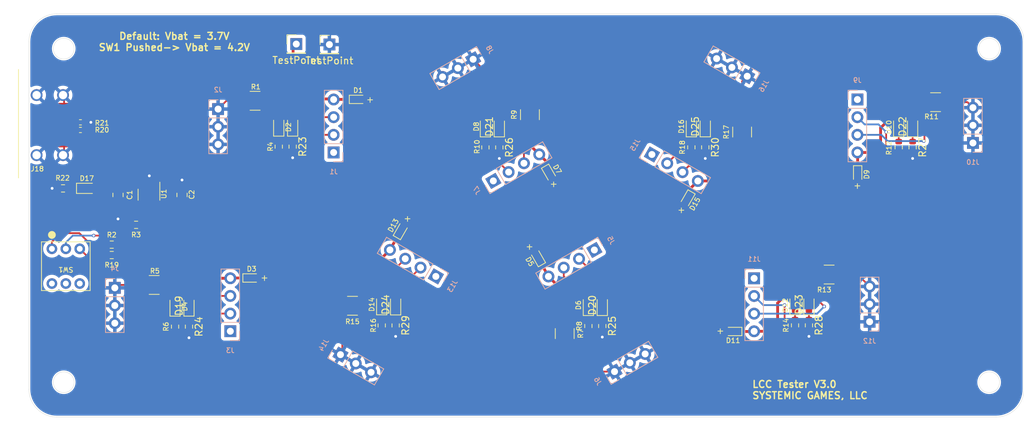
<source format=kicad_pcb>
(kicad_pcb (version 20240108) (generator "pcbnew") (generator_version "8.0")
  (layers (0 "F.Cu" signal) (31 "B.Cu" signal) (34 "B.Paste" user) (35 "F.Paste" user) (36 "B.SilkS" user "B.Silkscreen") (37 "F.SilkS" user "F.Silkscreen") (38 "B.Mask" user) (39 "F.Mask" user) (44 "Edge.Cuts" user))
  (net 0 "")
  (net 1 "VBUS")
  (net 2 "GND")
  (net 3 "/Plug/VREG")
  (net 4 "/Plug/BATT")
  (net 5 "Net-(D2-K)")
  (net 6 "/Plug/STAT")
  (net 7 "/Plug1/BATT")
  (net 8 "Net-(D4-K)")
  (net 9 "/Plug1/STAT")
  (net 10 "/Plug2/BATT")
  (net 11 "Net-(D6-K)")
  (net 12 "/Plug2/STAT")
  (net 13 "/Plug3/BATT")
  (net 14 "Net-(D8-K)")
  (net 15 "/Plug3/STAT")
  (net 16 "/Plug5/BATT")
  (net 17 "Net-(D10-K)")
  (net 18 "/Plug5/STAT")
  (net 19 "/Plug7/BATT")
  (net 20 "Net-(D12-K)")
  (net 21 "/Plug7/STAT")
  (net 22 "/Plug4/BATT")
  (net 23 "Net-(D14-K)")
  (net 24 "/Plug4/STAT")
  (net 25 "/Plug6/BATT")
  (net 26 "Net-(D16-K)")
  (net 27 "/Plug6/STAT")
  (net 28 "Net-(D17-K)")
  (net 30 "Net-(R2-Pad2)")
  (net 31 "Net-(U1-FB)")
  (net 32 "Net-(R19-Pad2)")
  (net 33 "Net-(D18-K)")
  (net 34 "/Plug/CHG_5V")
  (net 35 "Net-(J18-CC2)")
  (net 36 "Net-(J18-CC1)")
  (net 44 "Net-(D19-K)")
  (net 45 "/Plug1/CHG_5V")
  (net 49 "Net-(D20-K)")
  (net 50 "/Plug2/CHG_5V")
  (net 51 "/Plug3/CHG_5V")
  (net 52 "Net-(D21-K)")
  (net 53 "Net-(D22-K)")
  (net 54 "/Plug5/CHG_5V")
  (net 55 "/Plug7/CHG_5V")
  (net 56 "Net-(D23-K)")
  (net 57 "Net-(D24-K)")
  (net 58 "/Plug4/CHG_5V")
  (net 59 "Net-(D25-K)")
  (net 60 "/Plug6/CHG_5V")
  (footprint "Capacitor_SMD:C_0805_2012Metric" (layer "F.Cu") (at 95 95.05 90)
    (property "Reference" "C2")
    (property "Value" "22uF X5R 20%")
  )
  (footprint "Pixels-dice:USB-C-SMD_10P-P1.00-L6.8-W8.9" (layer "F.Cu") (at 76 85 180)
    (property "Reference" "J18")
    (property "Value" "USB_C_Receptacle_USB2.0")
  )
  (footprint "LED_SMD:LED_0603_1608Metric" (layer "F.Cu") (at 200 85.2 90)
    (property "Reference" "D22")
    (property "Value" "LED")
  )
  (footprint "Resistor_SMD:R_0603_1608Metric" (layer "F.Cu") (at 84.9 103.7 180)
    (property "Reference" "R19")
    (property "Value" "357k 1%")
  )
  (footprint "Resistor_SMD:R_1210_3225Metric" (layer "F.Cu") (at 91 108 180)
    (property "Reference" "R5")
    (property "Value" "82 1%")
  )
  (footprint "LED_SMD:LED_0603_1608Metric" (layer "F.Cu") (at 183.1 110.8125 90)
    (property "Reference" "D12")
    (property "Value" "LED")
  )
  (footprint "LED_SMD:LED_0603_1608Metric" (layer "F.Cu") (at 198 85.2 90)
    (property "Reference" "D10")
    (property "Value" "LED")
  )
  (footprint "Resistor_SMD:R_0603_1608Metric" (layer "F.Cu") (at 198 88.2 -90)
    (property "Reference" "R12")
    (property "Value" "100 5%")
  )
  (footprint "Resistor_SMD:R_1210_3225Metric" (layer "F.Cu") (at 203.3 81.7)
    (property "Reference" "R11")
    (property "Value" "82 1%")
  )
  (footprint "Diode_SMD:D_SOD-523" (layer "F.Cu") (at 120.3 81.3)
    (property "Reference" "D1")
    (property "Value" "D_Schottky")
  )
  (footprint "Resistor_SMD:R_0603_1608Metric" (layer "F.Cu") (at 77.9 94.11 180)
    (property "Reference" "R22")
    (property "Value" "150 1%")
  )
  (footprint "Connector_PinHeader_2.54mm:PinHeader_1x01_P2.54mm_Vertical" (layer "F.Cu") (at 111.42 73.34)
    (property "Reference" "TP1" (hide yes))
    (property "Value" "TestPoint")
  )
  (footprint "LED_SMD:LED_0603_1608Metric" (layer "F.Cu") (at 140.6 85.2125 90)
    (property "Reference" "D21")
    (property "Value" "LED")
  )
  (footprint "Resistor_SMD:R_0603_1608Metric" (layer "F.Cu") (at 84.9 102.2 180)
    (property "Reference" "R2")
    (property "Value" "300k 1%")
  )
  (footprint "Resistor_SMD:R_0603_1608Metric" (layer "F.Cu") (at 200 88.2 -90)
    (property "Reference" "R27")
    (property "Value" "100 5%")
  )
  (footprint "Resistor_SMD:R_1210_3225Metric" (layer "F.Cu") (at 188 106.5)
    (property "Reference" "R13")
    (property "Value" "82 1%")
  )
  (footprint "Diode_SMD:D_SOD-523" (layer "F.Cu") (at 174.2 114.7 180)
    (property "Reference" "D11")
    (property "Value" "D_Schottky")
  )
  (footprint "Resistor_SMD:R_0603_1608Metric" (layer "F.Cu") (at 108.9 88.1 -90)
    (property "Reference" "R4")
    (property "Value" "100 5%")
  )
  (footprint "LED_SMD:LED_0603_1608Metric" (layer "F.Cu") (at 138.6 85.2125 90)
    (property "Reference" "D8")
    (property "Value" "LED")
  )
  (footprint "Package_TO_SOT_SMD:SOT-23-5" (layer "F.Cu") (at 90.25 95.0125 -90)
    (property "Reference" "U1")
    (property "Value" "TLV75801PDBV")
  )
  (footprint "Resistor_SMD:R_0603_1608Metric" (layer "F.Cu") (at 88.4 99.35 180)
    (property "Reference" "R3")
    (property "Value" "47k 1%")
  )
  (footprint "LED_SMD:LED_0603_1608Metric" (layer "F.Cu") (at 123.7 110.8125 90)
    (property "Reference" "D14")
    (property "Value" "LED")
  )
  (footprint "Resistor_SMD:R_0603_1608Metric" (layer "F.Cu") (at 123.7 113.825 -90)
    (property "Reference" "R16")
    (property "Value" "100 5%")
  )
  (footprint "Diode_SMD:D_SOD-523" (layer "F.Cu") (at 126.5 100.1 60)
    (property "Reference" "D13")
    (property "Value" "D_Schottky")
  )
  (footprint "Resistor_SMD:R_0603_1608Metric" (layer "F.Cu") (at 140.6 88.2125 -90)
    (property "Reference" "R26")
    (property "Value" "100 5%")
  )
  (footprint "Resistor_SMD:R_0402_1005Metric" (layer "F.Cu") (at 80.4 84.6 180)
    (property "Reference" "R21")
    (property "Value" "5.1k 1%")
  )
  (footprint "Capacitor_SMD:C_0805_2012Metric" (layer "F.Cu") (at 85.8 95.05 -90)
    (property "Reference" "C1")
    (property "Value" "22uF X5R 20%")
  )
  (footprint "Diode_SMD:D_SOD-523" (layer "F.Cu") (at 146.1 104 120)
    (property "Reference" "D5")
    (property "Value" "D_Schottky")
  )
  (footprint "Connector_PinHeader_2.54mm:PinHeader_1x01_P2.54mm_Vertical" (layer "F.Cu") (at 116.18 73.41)
    (property "Reference" "TP10" (hide yes))
    (property "Value" "TestPoint")
  )
  (footprint "Resistor_SMD:R_1210_3225Metric" (layer "F.Cu") (at 119.5 111 180)
    (property "Reference" "R15")
    (property "Value" "82 1%")
  )
  (footprint "LED_SMD:LED_0603_1608Metric" (layer "F.Cu") (at 94 111 90)
    (property "Reference" "D4")
    (property "Value" "LED")
  )
  (footprint "Diode_SMD:D_SOD-523" (layer "F.Cu") (at 105 107)
    (property "Reference" "D3")
    (property "Value" "D_Schottky")
  )
  (footprint "LED_SMD:LED_0603_1608Metric" (layer "F.Cu") (at 170.2 85.2 90)
    (property "Reference" "D25")
    (property "Value" "LED")
  )
  (footprint "Resistor_SMD:R_0603_1608Metric" (layer "F.Cu") (at 153.4 113.9125 -90)
    (property "Reference" "R8")
    (property "Value" "100 5%")
  )
  (footprint "LED_SMD:LED_0603_1608Metric" (layer "F.Cu") (at 108.9 85.1 90)
    (property "Reference" "D2")
    (property "Value" "LED")
  )
  (footprint "LED_SMD:LED_0603_1608Metric" (layer "F.Cu") (at 185.1 110.8125 90)
    (property "Reference" "D23")
    (property "Value" "LED")
  )
  (footprint "Resistor_SMD:R_0603_1608Metric" (layer "F.Cu") (at 96 114 -90)
    (property "Reference" "R24")
    (property "Value" "100 5%")
  )
  (footprint "Resistor_SMD:R_1210_3225Metric" (layer "F.Cu") (at 175.5 86 90)
    (property "Reference" "R17")
    (property "Value" "82 1%")
  )
  (footprint "LED_SMD:LED_0603_1608Metric" (layer "F.Cu") (at 155.4 110.9125 90)
    (property "Reference" "D20")
    (property "Value" "LED")
  )
  (footprint "LED_SMD:LED_0603_1608Metric" (layer "F.Cu") (at 110.9 85.1 90)
    (property "Reference" "D18" (hide yes))
    (property "Value" "LED")
  )
  (footprint "LED_SMD:LED_0603_1608Metric" (layer "F.Cu") (at 153.4 110.9125 90)
    (property "Reference" "D6")
    (property "Value" "LED")
  )
  (footprint "Resistor_SMD:R_0603_1608Metric" (layer "F.Cu") (at 183.1 113.8125 -90)
    (property "Reference" "R14")
    (property "Value" "100 5%")
  )
  (footprint "Resistor_SMD:R_1210_3225Metric" (layer "F.Cu") (at 150 115 -90)
    (property "Reference" "R7")
    (property "Value" "82 1%")
  )
  (footprint "Resistor_SMD:R_1210_3225Metric" (layer "F.Cu") (at 145 83.5 90)
    (property "Reference" "R9")
    (property "Value" "82 1%")
  )
  (footprint "Diode_SMD:D_SOD-523" (layer "F.Cu") (at 147.8 92 -60)
    (property "Reference" "D7")
    (property "Value" "D_Schottky")
  )
  (footprint "LED_SMD:LED_0603_1608Metric" (layer "F.Cu") (at 168.2 85.2 90)
    (property "Reference" "D16")
    (property "Value" "LED")
  )
  (footprint "Resistor_SMD:R_0402_1005Metric" (layer "F.Cu") (at 80.4 85.7 180)
    (property "Reference" "R20")
    (property "Value" "5.1k 1%")
  )
  (footprint "LED_SMD:LED_0603_1608Metric" (layer "F.Cu") (at 125.7 110.825 90)
    (property "Reference" "D24")
    (property "Value" "LED")
  )
  (footprint "Diode_SMD:D_SOD-523" (layer "F.Cu") (at 167.6 95.7 -120)
    (property "Reference" "D15")
    (property "Value" "D_Schottky")
  )
  (footprint "Resistor_SMD:R_0603_1608Metric" (layer "F.Cu") (at 110.9 88.1 -90)
    (property "Reference" "R23")
    (property "Value" "100 5%")
  )
  (footprint "Pixels-dice:XKB8080-W" (layer "F.Cu") (at 78.3 105.3 180)
    (property "Reference" "SW1")
    (property "Value" "SW_Push_DPDT")
  )
  (footprint "Resistor_SMD:R_0603_1608Metric" (layer "F.Cu") (at 185.1 113.8125 -90)
    (property "Reference" "R28")
    (property "Value" "100 5%")
  )
  (footprint "Resistor_SMD:R_0603_1608Metric" (layer "F.Cu") (at 155.4 113.9125 -90)
    (property "Reference" "R25")
    (property "Value" "100 5%")
  )
  (footprint "Resistor_SMD:R_0603_1608Metric" (layer "F.Cu") (at 138.6 88.2125 -90)
    (property "Reference" "R10")
    (property "Value" "100 5%")
  )
  (footprint "LED_SMD:LED_0603_1608Metric" (layer "F.Cu") (at 96 111 90)
    (property "Reference" "D19")
    (property "Value" "LED")
  )
  (footprint "Resistor_SMD:R_1210_3225Metric" (layer "F.Cu") (at 105.5 81.5 180)
    (property "Reference" "R1")
    (property "Value" "82 1%")
  )
  (footprint "Resistor_SMD:R_0603_1608Metric" (layer "F.Cu") (at 168.2 88.2 -90)
    (property "Reference" "R18")
    (property "Value" "100 5%")
  )
  (footprint "Resistor_SMD:R_0603_1608Metric" (layer "F.Cu") (at 170.2 88.2 -90)
    (property "Reference" "R30")
    (property "Value" "100 5%")
  )
  (footprint "LED_SMD:LED_0603_1608Metric" (layer "F.Cu") (at 81.32 94.1)
    (property "Reference" "D17")
    (property "Value" "LED")
  )
  (footprint "Resistor_SMD:R_0603_1608Metric" (layer "F.Cu") (at 94 114 -90)
    (property "Reference" "R6")
    (property "Value" "100 5%")
  )
  (footprint "Diode_SMD:D_SOD-523" (layer "F.Cu") (at 192.1 92.1 -90)
    (property "Reference" "D9")
    (property "Value" "D_Schottky")
  )
  (footprint "Resistor_SMD:R_0603_1608Metric" (layer "F.Cu") (at 125.7 113.825 -90)
    (property "Reference" "R29")
    (property "Value" "100 5%")
  )
  (footprint "Connector_PinSocket_2.54mm:PinSocket_1x03_P2.54mm_Vertical" (layer "B.Cu") (at 136.84 75.53 120)
    (property "Reference" "J8")
    (property "Value" "Conn_01x03")
  )
  (footprint "Connector_PinSocket_2.54mm:PinSocket_1x03_P2.54mm_Vertical" (layer "B.Cu") (at 176.23 77.97 60)
    (property "Reference" "J16")
    (property "Value" "Conn_01x03")
  )
  (footprint "Connector_PinSocket_2.54mm:PinSocket_1x03_P2.54mm_Vertical" (layer "B.Cu") (at 208.67 87.57)
    (property "Reference" "J10")
    (property "Value" "Conn_01x03")
  )
  (footprint "Connector_PinSocket_2.54mm:PinSocket_1x04_P2.54mm_Vertical" (layer "B.Cu") (at 101.94 114.66)
    (property "Reference" "J3")
    (property "Value" "Conn_01x04")
  )
  (footprint "Connector_PinSocket_2.54mm:PinSocket_1x04_P2.54mm_Vertical" (layer "B.Cu") (at 154.26 102.97 120)
    (property "Reference" "J5")
    (property "Value" "Conn_01x04")
  )
  (footprint "Connector_PinSocket_2.54mm:PinSocket_1x03_P2.54mm_Vertical" (layer "B.Cu") (at 85.34 108.42 180)
    (property "Reference" "J4")
    (property "Value" "Conn_01x03")
  )
  (footprint "Connector_PinSocket_2.54mm:PinSocket_1x03_P2.54mm_Vertical" (layer "B.Cu") (at 117.770591 118.03 -120)
    (property "Reference" "J14")
    (property "Value" "Conn_01x03")
  )
  (footprint "Connector_PinSocket_2.54mm:PinSocket_1x03_P2.54mm_Vertical" (layer "B.Cu") (at 157.160591 120.47 -60)
    (property "Reference" "J6")
    (property "Value" "Conn_01x03")
  )
  (footprint "Connector_PinSocket_2.54mm:PinSocket_1x04_P2.54mm_Vertical" (layer "B.Cu") (at 192.065 81.319999 180)
    (property "Reference" "J9")
    (property "Value" "Conn_01x04")
  )
  (footprint "Connector_PinSocket_2.54mm:PinSocket_1x03_P2.54mm_Vertical" (layer "B.Cu") (at 100.185 82.695 180)
    (property "Reference" "J2")
    (property "Value" "Conn_01x03")
  )
  (footprint "Connector_PinSocket_2.54mm:PinSocket_1x03_P2.54mm_Vertical" (layer "B.Cu") (at 193.82 113.3)
    (property "Reference" "J12")
    (property "Value" "Conn_01x03")
  )
  (footprint "Connector_PinSocket_2.54mm:PinSocket_1x04_P2.54mm_Vertical" (layer "B.Cu") (at 131.48 106.77 60)
    (property "Reference" "J13")
    (property "Value" "Conn_01x04")
  )
  (footprint "Connector_PinSocket_2.54mm:PinSocket_1x04_P2.54mm_Vertical" (layer "B.Cu") (at 116.79 88.94)
    (property "Reference" "J1")
    (property "Value" "Conn_01x04")
  )
  (footprint "Connector_PinSocket_2.54mm:PinSocket_1x04_P2.54mm_Vertical" (layer "B.Cu") (at 162.530886 89.23 -120)
    (property "Reference" "J15")
    (property "Value" "Conn_01x04")
  )
  (footprint "Connector_PinSocket_2.54mm:PinSocket_1x04_P2.54mm_Vertical" (layer "B.Cu") (at 139.740886 93.03 -60)
    (property "Reference" "J7")
    (property "Value" "Conn_01x04")
  )
  (footprint "Connector_PinSocket_2.54mm:PinSocket_1x04_P2.54mm_Vertical" (layer "B.Cu") (at 177.22 107.05 180)
    (property "Reference" "J11")
    (property "Value" "Conn_01x04")
  )
  (gr_line (start 192.06 94.12) (end 192.06 93.43) (stroke (width 0.12)) (layer "F.SilkS"))
  (gr_line (start 106.85 107.37) (end 106.85 106.68) (stroke (width 0.12)) (layer "F.SilkS"))
  (gr_line (start 166.42 97.24) (end 167.11 97.24) (stroke (width 0.12)) (layer "F.SilkS"))
  (gr_line (start 144.6 102.52) (end 145.29 102.52) (stroke (width 0.12)) (layer "F.SilkS"))
  (gr_line (start 106.51 107) (end 107.2 107) (stroke (width 0.12)) (layer "F.SilkS"))
  (gr_line (start 127.41 98.85) (end 127.41 98.16) (stroke (width 0.12)) (layer "F.SilkS"))
  (gr_line (start 148.41 93.87) (end 148.41 93.18) (stroke (width 0.12)) (layer "F.SilkS"))
  (gr_line (start 127.07 98.48) (end 127.76 98.48) (stroke (width 0.12)) (layer "F.SilkS"))
  (gr_line (start 166.76 97.61) (end 166.76 96.92) (stroke (width 0.12)) (layer "F.SilkS"))
  (gr_line (start 122.03 81.73) (end 122.03 81.04) (stroke (width 0.12)) (layer "F.SilkS"))
  (gr_line (start 121.69 81.36) (end 122.38 81.36) (stroke (width 0.12)) (layer "F.SilkS"))
  (gr_line (start 144.94 102.89) (end 144.94 102.2) (stroke (width 0.12)) (layer "F.SilkS"))
  (gr_line (start 191.72 93.75) (end 192.41 93.75) (stroke (width 0.12)) (layer "F.SilkS"))
  (gr_line (start 148.07 93.5) (end 148.76 93.5) (stroke (width 0.12)) (layer "F.SilkS"))
  (gr_line (start 172.02 114.64) (end 172.71 114.64) (stroke (width 0.12)) (layer "F.SilkS"))
  (gr_line (start 172.36 115.01) (end 172.36 114.32) (stroke (width 0.12)) (layer "F.SilkS"))
  (gr_line (start 77 127.000001) (end 212 127) (stroke (width 0.05)) (layer "Edge.Cuts"))
  (gr_arc (start 215.999999 123) (mid 214.828426 125.828426) (end 212 127) (stroke (width 0.05)) (layer "Edge.Cuts"))
  (gr_line (start 73 73) (end 73 122.999999) (stroke (width 0.05)) (layer "Edge.Cuts"))
  (gr_circle (center 210.999999 73.999999) (end 212.499999 73.999999) (stroke (width 0.05)) (fill none) (layer "Edge.Cuts"))
  (gr_circle (center 78 73.999999) (end 79.5 73.999999) (stroke (width 0.05)) (fill none) (layer "Edge.Cuts"))
  (gr_arc (start 73 73) (mid 74.171585 70.171592) (end 77 69) (stroke (width 0.05)) (layer "Edge.Cuts"))
  (gr_arc (start 212 68.999999) (mid 214.828429 70.171572) (end 216 73.000001) (stroke (width 0.05)) (layer "Edge.Cuts"))
  (gr_line (start 212 68.999999) (end 77 69) (stroke (width 0.05)) (layer "Edge.Cuts"))
  (gr_circle (center 210.999999 122) (end 212.499999 122) (stroke (width 0.05)) (fill none) (layer "Edge.Cuts"))
  (gr_circle (center 78 122) (end 79.5 122) (stroke (width 0.05)) (fill none) (layer "Edge.Cuts"))
  (gr_line (start 215.999999 123) (end 216 73.000001) (stroke (width 0.05)) (layer "Edge.Cuts"))
  (gr_arc (start 77 127.000001) (mid 74.171572 125.828427) (end 73 122.999999) (stroke (width 0.05)) (layer "Edge.Cuts"))
  (gr_text "Default: Vbat = 3.7V\nSW1 Pushed-> Vbat = 4.2V" (at 93.9 74.4 0) (layer "F.SilkS") (effects (font (size 1 1) (thickness 0.2) (bold yes)) (justify bottom)))
  (gr_text "LCC Tester V3.0\nSYSTEMIC GAMES, LLC" (at 176.86 124.49 0) (layer "F.SilkS") (effects (font (size 1 1) (thickness 0.2) (bold yes)) (justify left bottom)))
  (segment (start 89.3 91.7) (end 89.3 93.875) (width 0.4) (layer "F.Cu") (net 1))
  (segment (start 78.05 86.52) (end 82.12 86.52) (width 0.4) (layer "F.Cu") (net 1))
  (segment (start 91.2 91.7) (end 90.7 91.2) (width 0.4) (layer "F.Cu") (net 1))
  (segment (start 82.12 86.52) (end 85.8 90.2) (width 0.4) (layer "F.Cu") (net 1))
  (segment (start 76.62 86.52) (end 78.05 86.52) (width 0.4) (layer "F.Cu") (net 1))
  (segment (start 78.05 83.48) (end 76.52 83.48) (width 0.4) (layer "F.Cu") (net 1))
  (segment (start 89.8 91.2) (end 89.3 91.7) (width 0.4) (layer "F.Cu") (net 1))
  (segment (start 89.075 94.1) (end 89.3 93.875) (width 0.4) (layer "F.Cu") (net 1))
  (segment (start 76 85.9) (end 76.62 86.52) (width 0.4) (layer "F.Cu") (net 1))
  (segment (start 76.52 83.48) (end 76 84) (width 0.4) (layer "F.Cu") (net 1))
  (segment (start 85.8 90.2) (end 85.8 94.1) (width 0.4) (layer "F.Cu") (net 1))
  (segment (start 82.1075 94.1) (end 85.8 94.1) (width 0.4) (layer "F.Cu") (net 1))
  (segment (start 91.2 93.875) (end 91.2 91.7) (width 0.4) (layer "F.Cu") (net 1))
  (segment (start 85.8 94.1) (end 89.075 94.1) (width 0.4) (layer "F.Cu") (net 1))
  (segment (start 90.7 91.2) (end 89.8 91.2) (width 0.4) (layer "F.Cu") (net 1))
  (segment (start 76 84) (end 76 85.9) (width 0.4) (layer "F.Cu") (net 1))
  (segment (start 85.8 96) (end 85.8 98.5) (width 0.4) (layer "F.Cu") (net 2))
  (segment (start 189.4625 106.5) (end 192.1 106.5) (width 0.25) (layer "F.Cu") (net 2))
  (segment (start 90.25 93.875) (end 90.25 92.35) (width 0.4) (layer "F.Cu") (net 2))
  (segment (start 192.1 106.5) (end 193.82 108.22) (width 0.25) (layer "F.Cu") (net 2))
  (segment (start 140.6 89.0375) (end 140.6 89.8) (width 0.25) (layer "F.Cu") (net 2))
  (segment (start 89.5375 108) (end 85.76 108) (width 0.25) (layer "F.Cu") (net 2))
  (segment (start 145 82.0375) (end 143.3475 82.0375) (width 0.25) (layer "F.Cu") (net 2))
  (segment (start 193.68 110.9) (end 193.82 110.76) (width 0.4) (layer "F.Cu") (net 2))
  (segment (start 85.76 108) (end 85.34 108.42) (width 0.25) (layer "F.Cu") (net 2))
  (segment (start 87.575 99.35) (end 86.65 99.35) (width 0.4) (layer "F.Cu") (net 2))
  (segment (start 207.88 81.7) (end 208.67 82.49) (width 0.25) (layer "F.Cu") (net 2))
  (segment (start 76.34 94.11) (end 76.33 94.1) (width 0.4) (layer "F.Cu") (net 2))
  (segment (start 125.7 114.65) (end 125.7 115.4) (width 0.25) (layer "F.Cu") (net 2))
  (segment (start 78.05 80.83) (end 77.9 80.68) (width 0.25) (layer "F.Cu") (net 2))
  (segment (start 185.1 114.6375) (end 185.1 115.4) (width 0.25) (layer "F.Cu") (net 2))
  (segment (start 175.5 84.5375) (end 175.5 78.7) (width 0.25) (layer "F.Cu") (net 2))
  (segment (start 155.4 114.7375) (end 155.4 115.5) (width 0.25) (layer "F.Cu") (net 2))
  (segment (start 204.7625 81.7) (end 207.88 81.7) (width 0.25) (layer "F.Cu") (net 2))
  (segment (start 154.0075 120.47) (end 157.160591 120.47) (width 0.25) (layer "F.Cu") (net 2))
  (segment (start 175.5 78.7) (end 176.23 77.97) (width 0.25) (layer "F.Cu") (net 2))
  (segment (start 104.0375 81.5) (end 101.38 81.5) (width 0.25) (layer "F.Cu") (net 2))
  (segment (start 118.0375 111) (end 118.0375 117.763091) (width 0.25) (layer "F.Cu") (net 2))
  (segment (start 78.05 82.25) (end 78.05 80.83) (width 0.25) (layer "F.Cu") (net 2))
  (segment (start 78.05 89.17) (end 77.9 89.32) (width 0.25) (layer "F.Cu") (net 2))
  (segment (start 77.075 94.11) (end 76.34 94.11) (width 0.4) (layer "F.Cu") (net 2))
  (segment (start 170.2 89.025) (end 170.2 89.8) (width 0.25) (layer "F.Cu") (net 2))
  (segment (start 80.91 84.6) (end 81.9 84.6) (width 0.4) (layer "F.Cu") (net 2))
  (segment (start 85.38 111) (end 85.34 110.96) (width 0.4) (layer "F.Cu") (net 2))
  (segment (start 208.5 85.2) (end 208.67 85.03) (width 0.4) (layer "F.Cu") (net 2))
  (segment (start 118.0375 117.763091) (end 117.770591 118.03) (width 0.25) (layer "F.Cu") (net 2))
  (segment (start 200 89.025) (end 200 89.8) (width 0.25) (layer "F.Cu") (net 2))
  (segment (start 143.3475 82.0375) (end 136.84 75.53) (width 0.25) (layer "F.Cu") (net 2))
  (segment (start 95 94.1) (end 95 92.9) (width 0.4) (layer "F.Cu") (net 2))
  (segment (start 80.91 84.6) (end 80.91 85.7) (width 0.4) (layer "F.Cu") (net 2))
  (segment (start 150 116.4625) (end 154.0075 120.47) (width 0.25) (layer "F.Cu") (net 2))
  (segment (start 101.38 81.5) (end 100.185 82.695) (width 0.25) (layer "F.Cu") (net 2))
  (segment (start 86.65 99.35) (end 85.8 98.5) (width 0.4) (layer "F.Cu") (net 2))
  (segment (start 90.25 92.35) (end 90.3 92.3) (width 0.4) (layer "F.Cu") (net 2))
  (segment (start 78.05 87.75) (end 78.05 89.17) (width 0.25) (layer "F.Cu") (net 2))
  (segment (start 96 114.825) (end 96 115.6) (width 0.25) (layer "F.Cu") (net 2))
  (segment (start 110.9 88.925) (end 110.9 89.7) (width 0.25) (layer "F.Cu") (net 2))
  (via (at 155.4 115.5) (size 0.8) (drill 0.4) (layers "F.Cu" "B.Cu") (net 2))
  (via (at 81.9 84.6) (size 0.8) (drill 0.4) (layers "F.Cu" "B.Cu") (net 2))
  (via (at 140.6 89.8) (size 0.8) (drill 0.4) (layers "F.Cu" "B.Cu") (net 2))
  (via (at 200 89.8) (size 0.8) (drill 0.4) (layers "F.Cu" "B.Cu") (net 2))
  (via (at 76.33 94.1) (size 0.8) (drill 0.4) (layers "F.Cu" "B.Cu") (net 2))
  (via (at 85.8 98.5) (size 0.8) (drill 0.4) (layers "F.Cu" "B.Cu") (net 2))
  (via (at 125.7 115.4) (size 0.8) (drill 0.4) (layers "F.Cu" "B.Cu") (net 2))
  (via (at 170.2 89.8) (size 0.8) (drill 0.4) (layers "F.Cu" "B.Cu") (net 2))
  (via (at 96 115.6) (size 0.8) (drill 0.4) (layers "F.Cu" "B.Cu") (net 2))
  (via (at 95 92.9) (size 0.8) (drill 0.4) (layers "F.Cu" "B.Cu") (net 2))
  (via (at 110.9 89.7) (size 0.8) (drill 0.4) (layers "F.Cu" "B.Cu") (net 2))
  (via (at 90.3 92.3) (size 0.8) (drill 0.4) (layers "F.Cu" "B.Cu") (net 2))
  (via (at 185.1 115.4) (size 0.8) (drill 0.4) (layers "F.Cu" "B.Cu") (net 2))
  (segment (start 126.85 99.493782) (end 141.85 99.493782) (width 0.8) (layer "F.Cu") (net 3))
  (segment (start 98.7 96) (end 105.7 103) (width 0.8) (layer "F.Cu") (net 3))
  (segment (start 126.85 99.493782) (end 126.85 87.15) (width 0.8) (layer "F.Cu") (net 3))
  (segment (start 126.85 87.15) (end 121 81.3) (width 0.8) (layer "F.Cu") (net 3))
  (segment (start 87.7 103.7) (end 85.725 103.7) (width 0.8) (layer "F.Cu") (net 3))
  (segment (start 167.25 96.306218) (end 188.593782 96.306218) (width 0.8) (layer "F.Cu") (net 3))
  (segment (start 94.85 96.15) (end 95 96) (width 0.8) (layer "F.Cu") (net 3))
  (segment (start 141.85 99.493782) (end 145.75 103.393782) (width 0.8) (layer "F.Cu") (net 3))
  (segment (start 91.2 100.2) (end 89.2 102.2) (width 0.8) (layer "F.Cu") (net 3))
  (segment (start 148.15 96.35) (end 148.15 92.606218) (width 0.8) (layer "F.Cu") (net 3))
  (segment (start 105.7 103) (end 105.9 103) (width 0.8) (layer "F.Cu") (net 3))
  (segment (start 188.593782 96.306218) (end 192.1 92.8) (width 0.8) (layer "F.Cu") (net 3))
  (segment (start 141.85 99.493782) (end 145.006218 99.493782) (width 0.8) (layer "F.Cu") (net 3))
  (segment (start 148.15 96.35) (end 167.206218 96.35) (width 0.8) (layer "F.Cu") (net 3))
  (segment (start 145.006218 99.493782) (end 148.15 96.35) (width 0.8) (layer "F.Cu") (net 3))
  (segment (start 89.2 102.2) (end 85.725 102.2) (width 0.8) (layer "F.Cu") (net 3))
  (segment (start 89.2 102.2) (end 87.7 103.7) (width 0.8) (layer "F.Cu") (net 3))
  (segment (start 91.2 96.15) (end 91.2 100.2) (width 0.8) (layer "F.Cu") (net 3))
  (segment (start 91.2 96.15) (end 94.85 96.15) (width 0.8) (layer "F.Cu") (net 3))
  (segment (start 105.7 103.2) (end 105.7 107) (width 0.4) (layer "F.Cu") (net 3))
  (segment (start 91.2 96.15) (end 91.2 100.125) (width 0.4) (layer "F.Cu") (net 3))
  (segment (start 109.406218 99.493782) (end 105.7 103.2) (width 0.4) (layer "F.Cu") (net 3))
  (segment (start 95 96) (end 98.7 96) (width 0.8) (layer "F.Cu") (net 3))
  (segment (start 105.9 103) (end 109.406218 99.493782) (width 0.8) (layer "F.Cu") (net 3))
  (segment (start 167.206218 96.35) (end 167.25 96.306218) (width 0.8) (layer "F.Cu") (net 3))
  (segment (start 167.25 96.306218) (end 167.25 108.45) (width 0.8) (layer "F.Cu") (net 3))
  (segment (start 105.7 103) (end 105.7 103.2) (width 0.4) (layer "F.Cu") (net 3))
  (segment (start 167.25 108.45) (end 173.5 114.7) (width 0.8) (layer "F.Cu") (net 3))
  (segment (start 109.406218 99.493782) (end 126.85 99.493782) (width 0.8) (layer "F.Cu") (net 3))
  (segment (start 105.7 103) (end 105.7 107) (width 0.8) (layer "F.Cu") (net 3))
  (segment (start 108.9 83.3) (end 108.9 84.3125) (width 0.4) (layer "F.Cu") (net 4))
  (segment (start 116.81 81.3) (end 116.79 81.32) (width 0.4) (layer "F.Cu") (net 4))
  (segment (start 110.9625 73.7975) (end 110.9625 81.2375) (width 0.4) (layer "F.Cu") (net 4))
  (segment (start 113.1 81.2375) (end 110.9625 81.2375) (width 0.4) (layer "F.Cu") (net 4))
  (segment (start 119.6 81.3) (end 116.81 81.3) (width 0.4) (layer "F.Cu") (net 4))
  (segment (start 116.7075 81.2375) (end 116.79 81.32) (width 0.4) (layer "F.Cu") (net 4))
  (segment (start 110.9625 81.2375) (end 107.225 81.2375) (width 0.4) (layer "F.Cu") (net 4))
  (segment (start 111.42 73.34) (end 110.9625 73.7975) (width 0.4) (layer "F.Cu") (net 4))
  (segment (start 110.9625 81.2375) (end 108.9 83.3) (width 0.4) (layer "F.Cu") (net 4))
  (segment (start 113.1 81.2375) (end 116.7075 81.2375) (width 0.4) (layer "F.Cu") (net 4))
  (segment (start 107.225 81.2375) (end 106.9625 81.5) (width 0.4) (layer "F.Cu") (net 4))
  (segment (start 108.9 85.8875) (end 108.9 87.275) (width 0.25) (layer "F.Cu") (net 5))
  (segment (start 108.9 90.1) (end 110.1 91.3) (width 0.25) (layer "F.Cu") (net 6))
  (segment (start 110.1 91.3) (end 111.7 91.3) (width 0.25) (layer "F.Cu") (net 6))
  (segment (start 111.7 91.3) (end 113.4 89.6) (width 0.25) (layer "F.Cu") (net 6))
  (segment (start 113.4 87.2) (end 114.2 86.4) (width 0.25) (layer "F.Cu") (net 6))
  (segment (start 108.9 88.925) (end 108.9 90.1) (width 0.25) (layer "F.Cu") (net 6))
  (segment (start 114.2 86.4) (end 116.79 86.4) (width 0.25) (layer "F.Cu") (net 6))
  (segment (start 113.4 89.6) (end 113.4 87.2) (width 0.25) (layer "F.Cu") (net 6))
  (segment (start 116.6775 86.2875) (end 116.79 86.4) (width 0.25) (layer "F.Cu") (net 6))
  (segment (start 94 108.2) (end 94 110.2125) (width 0.4) (layer "F.Cu") (net 7))
  (segment (start 101.94 107.04) (end 101.98 107) (width 0.4) (layer "F.Cu") (net 7))
  (segment (start 93.4225 107.04) (end 92.4625 108) (width 0.4) (layer "F.Cu") (net 7))
  (segment (start 95.8 107.04) (end 95.16 107.04) (width 0.4) (layer "F.Cu") (net 7))
  (segment (start 101.98 107) (end 104.3 107) (width 0.4) (layer "F.Cu") (net 7))
  (segment (start 101.94 107.04) (end 95.8 107.04) (width 0.4) (layer "F.Cu") (net 7))
  (segment (start 95.16 107.04) (end 94 108.2) (width 0.4) (layer "F.Cu") (net 7))
  (segment (start 95.8 107.04) (end 93.4225 107.04) (width 0.4) (layer "F.Cu") (net 7))
  (segment (start 94 111.7875) (end 94 113.175) (width 0.25) (layer "F.Cu") (net 8))
  (segment (start 97.9 114) (end 99.78 112.12) (width 0.25) (layer "F.Cu") (net 9))
  (segment (start 94 116.1) (end 95 117.1) (width 0.25) (layer "F.Cu") (net 9))
  (segment (start 101.6075 111.7875) (end 101.94 112.12) (width 0.25) (layer "F.Cu") (net 9))
  (segment (start 95 117.1) (end 97 117.1) (width 0.25) (layer "F.Cu") (net 9))
  (segment (start 99.78 112.12) (end 101.94 112.12) (width 0.25) (layer "F.Cu") (net 9))
  (segment (start 97 117.1) (end 97.9 116.2) (width 0.25) (layer "F.Cu") (net 9))
  (segment (start 97.9 116.2) (end 97.9 114) (width 0.25) (layer "F.Cu") (net 9))
  (segment (start 94 114.825) (end 94 116.1) (width 0.25) (layer "F.Cu") (net 9))
  (segment (start 146.45 104.606218) (end 147.660886 106.78) (width 0.4) (layer "F.Cu") (net 10))
  (segment (start 151.005886 112.531614) (end 150 113.5375) (width 0.4) (layer "F.Cu") (net 10))
  (segment (start 147.660886 106.78) (end 151.005886 110.125) (width 0.4) (layer "F.Cu") (net 10))
  (segment (start 151.005886 110.125) (end 151.005886 112.531614) (width 0.4) (layer "F.Cu") (net 10))
  (segment (start 151.005886 110.125) (end 153.4 110.125) (width 0.4) (layer "F.Cu") (net 10))
  (segment (start 153.4 111.7) (end 153.4 113.0875) (width 0.25) (layer "F.Cu") (net 11))
  (segment (start 157.3 109.479705) (end 152.060295 104.24) (width 0.25) (layer "F.Cu") (net 12))
  (segment (start 153.4 116) (end 154.3 116.9) (width 0.25) (layer "F.Cu") (net 12))
  (segment (start 157.3 116.2) (end 157.3 109.479705) (width 0.25) (layer "F.Cu") (net 12))
  (segment (start 154.3 116.9) (end 156.6 116.9) (width 0.25) (layer "F.Cu") (net 12))
  (segment (start 156.6 116.9) (end 157.3 116.2) (width 0.25) (layer "F.Cu") (net 12))
  (segment (start 153.4 114.7375) (end 153.4 116) (width 0.25) (layer "F.Cu") (net 12))
  (segment (start 145 87.88) (end 145 84.9625) (width 0.4) (layer "F.Cu") (net 13))
  (segment (start 147.45 91.393782) (end 147.45 90.33) (width 0.4) (layer "F.Cu") (net 13))
  (segment (start 143.7625 84.9625) (end 141.4 82.6) (width 0.4) (layer "F.Cu") (net 13))
  (segment (start 147.45 90.33) (end 146.34 89.22) (width 0.4) (layer "F.Cu") (net 13))
  (segment (start 145 84.9625) (end 143.7625 84.9625) (width 0.4) (layer "F.Cu") (net 13))
  (segment (start 138.6 83.3) (end 138.6 84.425) (width 0.4) (layer "F.Cu") (net 13))
  (segment (start 146.34 89.22) (end 145 87.88) (width 0.4) (layer "F.Cu") (net 13))
  (segment (start 141.4 82.6) (end 139.3 82.6) (width 0.4) (layer "F.Cu") (net 13))
  (segment (start 139.3 82.6) (end 138.6 83.3) (width 0.4) (layer "F.Cu") (net 13))
  (segment (start 138.6 86) (end 138.6 87.3875) (width 0.25) (layer "F.Cu") (net 14))
  (segment (start 138.6 89.0375) (end 138.6 90.2) (width 0.25) (layer "F.Cu") (net 15))
  (segment (start 139.2 90.8) (end 140.980591 90.8) (width 0.25) (layer "F.Cu") (net 15))
  (segment (start 138.6 90.2) (end 139.2 90.8) (width 0.25) (layer "F.Cu") (net 15))
  (segment (start 140.980591 90.8) (end 141.940591 91.76) (width 0.25) (layer "F.Cu") (net 15))
  (segment (start 192.1 88.974999) (end 192.065 88.939999) (width 0.4) (layer "F.Cu") (net 16))
  (segment (start 195.4 85.4) (end 196.4 84.4) (width 0.4) (layer "F.Cu") (net 16))
  (segment (start 201.8375 81.7) (end 199.3 81.7) (width 0.4) (layer "F.Cu") (net 16))
  (segment (start 196.4 84.4) (end 197.9875 84.4) (width 0.4) (layer "F.Cu") (net 16))
  (segment (start 192.065 88.939999) (end 193.860001 88.939999) (width 0.4) (layer "F.Cu") (net 16))
  (segment (start 193.860001 88.939999) (end 195.4 87.4) (width 0.4) (layer "F.Cu") (net 16))
  (segment (start 192.307501 89.1825) (end 192.065 88.939999) (width 0.4) (layer "F.Cu") (net 16))
  (segment (start 192.1 91.4) (end 192.1 88.974999) (width 0.4) (layer "F.Cu") (net 16))
  (segment (start 198 83) (end 198 84.4125) (width 0.4) (layer "F.Cu") (net 16))
  (segment (start 197.9875 84.4) (end 198 84.4125) (width 0.4) (layer "F.Cu") (net 16))
  (segment (start 199.3 81.7) (end 198 83) (width 0.4) (layer "F.Cu") (net 16))
  (segment (start 195.4 87.4) (end 195.4 85.4) (width 0.4) (layer "F.Cu") (net 16))
  (segment (start 198 85.9875) (end 198 87.375) (width 0.25) (layer "F.Cu") (net 17))
  (segment (start 197.025 89.025) (end 196.3 88.3) (width 0.25) (layer "F.Cu") (net 18))
  (segment (start 198 89.025) (end 197.025 89.025) (width 0.25) (layer "F.Cu") (net 18))
  (segment (start 196.3 88.3) (end 196.2 88.2) (width 0.25) (layer "F.Cu") (net 18))
  (segment (start 196.2 88.2) (end 196.2 86) (width 0.25) (layer "F.Cu") (net 18))
  (via (at 196.2 86) (size 0.5) (drill 0.3) (layers "F.Cu" "B.Cu") (net 18))
  (segment (start 193.105001 84.9) (end 192.065 83.859999) (width 0.25) (layer "B.Cu") (net 18))
  (segment (start 195.1 84.9) (end 193.105001 84.9) (width 0.25) (layer "B.Cu") (net 18))
  (segment (start 196.2 86) (end 195.1 84.9) (width 0.25) (layer "B.Cu") (net 18))
  (segment (start 183.1 108.2) (end 184.8 106.5) (width 0.4) (layer "F.Cu") (net 19))
  (segment (start 180.6 110.6) (end 181.3 109.9) (width 0.4) (layer "F.Cu") (net 19))
  (segment (start 182.975 109.9) (end 183.1 110.025) (width 0.4) (layer "F.Cu") (net 19))
  (segment (start 177.22 114.67) (end 179.13 114.67) (width 0.4) (layer "F.Cu") (net 19))
  (segment (start 184.8 106.5) (end 186.5375 106.5) (width 0.4) (layer "F.Cu") (net 19))
  (segment (start 174.9 114.7) (end 177.19 114.7) (width 0.4) (layer "F.Cu") (net 19))
  (segment (start 180.6 113.2) (end 180.6 110.6) (width 0.4) (layer "F.Cu") (net 19))
  (segment (start 181.3 109.9) (end 182.975 109.9) (width 0.4) (layer "F.Cu") (net 19))
  (segment (start 177.19 114.7) (end 177.22 114.67) (width 0.4) (layer "F.Cu") (net 19))
  (segment (start 179.13 114.67) (end 180.6 113.2) (width 0.4) (layer "F.Cu") (net 19))
  (segment (start 183.1 110.025) (end 183.1 108.2) (width 0.4) (layer "F.Cu") (net 19))
  (segment (start 183.1 111.6) (end 183.1 112.9875) (width 0.25) (layer "F.Cu") (net 20))
  (segment (start 181.6 114) (end 181.6 110.9) (width 0.25) (layer "F.Cu") (net 21))
  (segment (start 182.2375 114.6375) (end 181.6 114) (width 0.25) (layer "F.Cu") (net 21))
  (segment (start 183.1 114.6375) (end 182.2375 114.6375) (width 0.25) (layer "F.Cu") (net 21))
  (via (at 181.6 110.9) (size 0.5) (drill 0.3) (layers "F.Cu" "B.Cu") (net 21))
  (segment (start 181.6 110.9) (end 178.53 110.9) (width 0.25) (layer "B.Cu") (net 21))
  (segment (start 178.53 110.9) (end 177.22 109.59) (width 0.25) (layer "B.Cu") (net 21))
  (segment (start 123.7 104.140886) (end 123.7 110.025) (width 0.4) (layer "F.Cu") (net 22))
  (segment (start 121.9375 110.025) (end 120.9625 111) (width 0.4) (layer "F.Cu") (net 22))
  (segment (start 126.15 100.706218) (end 124.880886 102.96) (width 0.4) (layer "F.Cu") (net 22))
  (segment (start 123.7 110.025) (end 121.9375 110.025) (width 0.4) (layer "F.Cu") (net 22))
  (segment (start 124.880886 102.96) (end 123.7 104.140886) (width 0.4) (layer "F.Cu") (net 22))
  (segment (start 123.7 111.6) (end 123.7 113) (width 0.25) (layer "F.Cu") (net 23))
  (segment (start 123.7 116) (end 124.7 117) (width 0.25) (layer "F.Cu") (net 24))
  (segment (start 127.5 116.2) (end 127.5 107.280295) (width 0.25) (layer "F.Cu") (net 24))
  (segment (start 124.7 117) (end 126.7 117) (width 0.25) (layer "F.Cu") (net 24))
  (segment (start 126.7 117) (end 127.5 116.2) (width 0.25) (layer "F.Cu") (net 24))
  (segment (start 123.7 114.65) (end 123.7 116) (width 0.25) (layer "F.Cu") (net 24))
  (segment (start 127.5 107.280295) (end 129.280295 105.5) (width 0.25) (layer "F.Cu") (net 24))
  (segment (start 171.4 82.4) (end 169.4 82.4) (width 0.4) (layer "F.Cu") (net 25))
  (segment (start 167.95 95.093782) (end 167.95 94.22) (width 0.4) (layer "F.Cu") (net 25))
  (segment (start 172.7 86.3) (end 172.7 83.7) (width 0.4) (layer "F.Cu") (net 25))
  (segment (start 173.8625 87.4625) (end 172.7 86.3) (width 0.4) (layer "F.Cu") (net 25))
  (segment (start 168.2 83.6) (end 168.2 84.4125) (width 0.4) (layer "F.Cu") (net 25))
  (segment (start 167.95 94.22) (end 169.13 93.04) (width 0.4) (layer "F.Cu") (net 25))
  (segment (start 175.5 87.4625) (end 173.8625 87.4625) (width 0.4) (layer "F.Cu") (net 25))
  (segment (start 168.2 83.6) (end 169.2 82.6) (width 0.25) (layer "F.Cu") (net 25))
  (segment (start 169.4 82.4) (end 169.2 82.6) (width 0.4) (layer "F.Cu") (net 25))
  (segment (start 172.7 83.7) (end 171.4 82.4) (width 0.4) (layer "F.Cu") (net 25))
  (segment (start 172.16 93.04) (end 175.5 89.7) (width 0.4) (layer "F.Cu") (net 25))
  (segment (start 169.13 93.04) (end 172.16 93.04) (width 0.4) (layer "F.Cu") (net 25))
  (segment (start 175.5 89.7) (end 175.5 87.4625) (width 0.4) (layer "F.Cu") (net 25))
  (segment (start 169.4 82.4) (end 168.2 83.6) (width 0.4) (layer "F.Cu") (net 25))
  (segment (start 168.2 85.9875) (end 168.2 87.375) (width 0.25) (layer "F.Cu") (net 26))
  (segment (start 168.2 89.025) (end 166.205591 89.025) (width 0.25) (layer "F.Cu") (net 27))
  (segment (start 166.205591 89.025) (end 164.730591 90.5) (width 0.25) (layer "F.Cu") (net 27))
  (segment (start 78.735 94.1) (end 78.725 94.11) (width 0.25) (layer "F.Cu") (net 28))
  (segment (start 80.5325 94.1) (end 78.735 94.1) (width 0.25) (layer "F.Cu") (net 28))
  (segment (start 84.075 102.2) (end 81.9 102.2) (width 0.25) (layer "F.Cu") (net 30))
  (segment (start 76.3 101.8) (end 76.3 102.8) (width 0.25) (layer "F.Cu") (net 30))
  (segment (start 81.9 102.2) (end 80.25 100.55) (width 0.25) (layer "F.Cu") (net 30))
  (segment (start 77.55 100.55) (end 76.3 101.8) (width 0.25) (layer "F.Cu") (net 30))
  (segment (start 80.25 100.55) (end 77.55 100.55) (width 0.25) (layer "F.Cu") (net 30))
  (segment (start 89.225 100.175) (end 88.5 100.9) (width 0.25) (layer "F.Cu") (net 31))
  (segment (start 89.225 99.35) (end 89.225 100.175) (width 0.25) (layer "F.Cu") (net 31))
  (segment (start 89.225 99.35) (end 89.3 99.275) (width 0.25) (layer "F.Cu") (net 31))
  (segment (start 88.5 100.9) (end 82.3 100.9) (width 0.25) (layer "F.Cu") (net 31))
  (segment (start 89.3 99.275) (end 89.3 96.15) (width 0.25) (layer "F.Cu") (net 31))
  (via (at 82.3 100.9) (size 0.5) (drill 0.3) (layers "F.Cu" "B.Cu") (net 31))
  (segment (start 78.3 101.9) (end 78.3 102.8) (width 0.25) (layer "B.Cu") (net 31))
  (segment (start 79.3 100.9) (end 78.3 101.9) (width 0.25) (layer "B.Cu") (net 31))
  (segment (start 82.3 100.9) (end 79.3 100.9) (width 0.25) (layer "B.Cu") (net 31))
  (segment (start 84.075 103.7) (end 81.2 103.7) (width 0.25) (layer "F.Cu") (net 32))
  (segment (start 81.2 103.7) (end 80.3 102.8) (width 0.25) (layer "F.Cu") (net 32))
  (segment (start 110.9 85.8875) (end 110.9 87.275) (width 0.25) (layer "F.Cu") (net 33))
  (segment (start 111.3525 83.86) (end 110.9 84.3125) (width 0.25) (layer "F.Cu") (net 34))
  (segment (start 116.79 83.86) (end 111.3525 83.86) (width 0.25) (layer "F.Cu") (net 34))
  (segment (start 79.69 85.5) (end 79.89 85.7) (width 0.25) (layer "F.Cu") (net 35))
  (segment (start 78.05 85.5) (end 79.69 85.5) (width 0.25) (layer "F.Cu") (net 35))
  (segment (start 79.79 84.5) (end 79.89 84.6) (width 0.25) (layer "F.Cu") (net 36))
  (segment (start 78.05 84.5) (end 79.79 84.5) (width 0.25) (layer "F.Cu") (net 36))
  (segment (start 96 111.7875) (end 96 113.175) (width 0.25) (layer "F.Cu") (net 44))
  (segment (start 96.6325 109.58) (end 96 110.2125) (width 0.25) (layer "F.Cu") (net 45))
  (segment (start 101.94 109.58) (end 96.6325 109.58) (width 0.25) (layer "F.Cu") (net 45))
  (segment (start 155.4 111.7) (end 155.4 113.0875) (width 0.25) (layer "F.Cu") (net 49))
  (segment (start 155.4 109.5) (end 155.4 110.125) (width 0.25) (layer "F.Cu") (net 50))
  (segment (start 149.860591 105.51) (end 149.860591 106.760591) (width 0.25) (layer "F.Cu") (net 50))
  (segment (start 151.6 108.5) (end 154.4 108.5) (width 0.25) (layer "F.Cu") (net 50))
  (segment (start 154.4 108.5) (end 155.4 109.5) (width 0.25) (layer "F.Cu") (net 50))
  (segment (start 149.860591 106.760591) (end 151.6 108.5) (width 0.25) (layer "F.Cu") (net 50))
  (segment (start 140.6 84.425) (end 141.625 84.425) (width 0.25) (layer "F.Cu") (net 51))
  (segment (start 141.625 84.425) (end 144.140295 86.940295) (width 0.25) (layer "F.Cu") (net 51))
  (segment (start 144.140295 86.940295) (end 144.140295 90.49) (width 0.25) (layer "F.Cu") (net 51))
  (segment (start 140.6 86) (end 140.6 87.3875) (width 0.25) (layer "F.Cu") (net 52))
  (segment (start 200 85.9875) (end 200 87.375) (width 0.25) (layer "F.Cu") (net 53))
  (segment (start 201.7 87.2) (end 201.6 87.3) (width 0.25) (layer "F.Cu") (net 54))
  (segment (start 201.7 85.1) (end 201.7 87.2) (width 0.25) (layer "F.Cu") (net 54))
  (segment (start 201.0125 84.4125) (end 201.7 85.1) (width 0.25) (layer "F.Cu") (net 54))
  (segment (start 200 84.4125) (end 201.0125 84.4125) (width 0.25) (layer "F.Cu") (net 54))
  (via (at 201.6 87.3) (size 0.5) (drill 0.3) (layers "F.Cu" "B.Cu") (net 54))
  (segment (start 196.4 87.3) (end 195.499999 86.399999) (width 0.25) (layer "B.Cu") (net 54))
  (segment (start 201.6 87.3) (end 196.4 87.3) (width 0.25) (layer "B.Cu") (net 54))
  (segment (start 195.499999 86.399999) (end 192.065 86.399999) (width 0.25) (layer "B.Cu") (net 54))
  (segment (start 186.225 110.025) (end 187.3 111.1) (width 0.25) (layer "F.Cu") (net 55))
  (segment (start 185.1 110.025) (end 186.225 110.025) (width 0.25) (layer "F.Cu") (net 55))
  (via (at 187.3 111.1) (size 0.5) (drill 0.3) (layers "F.Cu" "B.Cu") (net 55))
  (segment (start 187.3 111.1) (end 186.27 112.13) (width 0.25) (layer "B.Cu") (net 55))
  (segment (start 186.27 112.13) (end 177.22 112.13) (width 0.25) (layer "B.Cu") (net 55))
  (segment (start 185.1 111.6) (end 185.1 112.9875) (width 0.25) (layer "F.Cu") (net 56))
  (segment (start 125.7 111.6125) (end 125.7 113) (width 0.25) (layer "F.Cu") (net 57))
  (segment (start 125.7 105.610591) (end 127.080591 104.23) (width 0.25) (layer "F.Cu") (net 58))
  (segment (start 125.7 110.0375) (end 125.7 105.610591) (width 0.25) (layer "F.Cu") (net 58))
  (segment (start 170.2 85.9875) (end 170.2 87.375) (width 0.25) (layer "F.Cu") (net 59))
  (segment (start 171.7 90.2) (end 171 90.9) (width 0.25) (layer "F.Cu") (net 60))
  (segment (start 171.7 85.1) (end 171.7 90.2) (width 0.25) (layer "F.Cu") (net 60))
  (segment (start 171 90.9) (end 167.800295 90.9) (width 0.25) (layer "F.Cu") (net 60))
  (segment (start 170.2 84.4125) (end 171.0125 84.4125) (width 0.25) (layer "F.Cu") (net 60))
  (segment (start 167.800295 90.9) (end 166.930295 91.77) (width 0.25) (layer "F.Cu") (net 60))
  (segment (start 171.0125 84.4125) (end 171.7 85.1) (width 0.25) (layer "F.Cu") (net 60))
  (zone (net 1) (net_name "VBUS") (layer "F.Cu") (priority 1) (connect_pads yes (clearance 0.25)) (min_thickness 0.25) (fill yes (thermal_gap 0.5) (thermal_bridge_width 0.5))
    (polygon (pts (xy 75.6 83) (xy 86.3 83) (xy 91.8 88.6) (xy 91.8 94.8) (xy 84.8 94.8) (xy 84.8 90.8) (xy 81 87) (xy 75.6 87)))
  )
  (zone (net 2) (net_name "GND") (layer "B.Cu") (connect_pads (clearance 0.5)) (min_thickness 0.25) (fill yes (thermal_gap 0.5) (thermal_bridge_width 0.5))
    (polygon (pts (xy 73 67) (xy 73 128) (xy 216 128) (xy 216 67)))
  )
)
</source>
